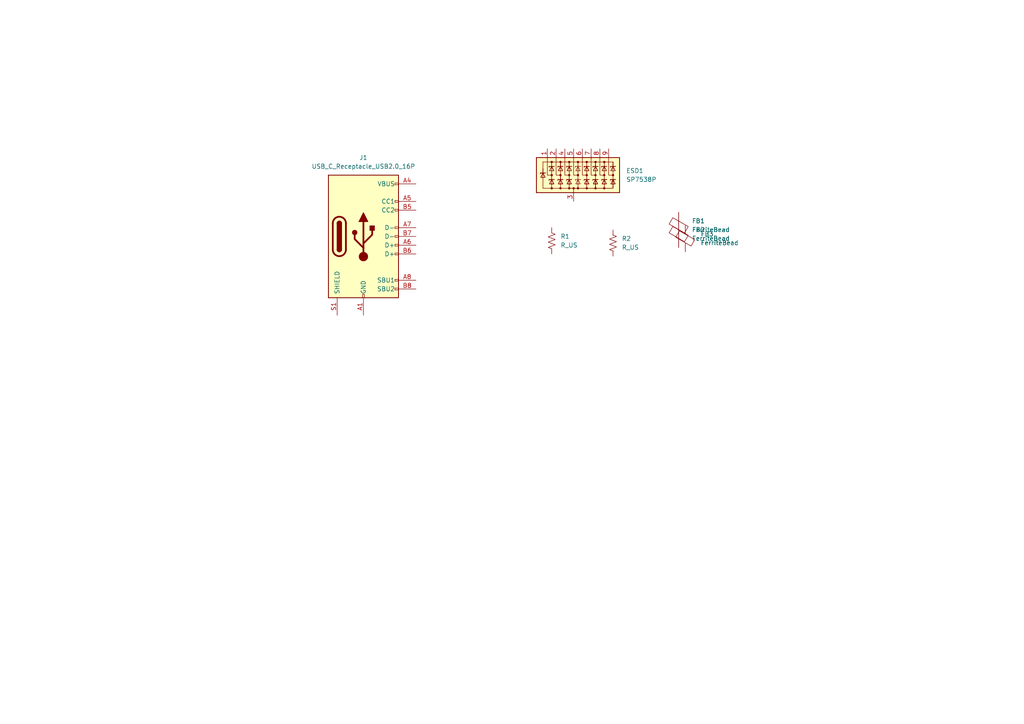
<source format=kicad_sch>
(kicad_sch
	(version 20250114)
	(generator "eeschema")
	(generator_version "9.0")
	(uuid "535df4de-5812-4506-b01b-4f687fb28126")
	(paper "A4")
	(lib_symbols
		(symbol "Connector:USB_C_Receptacle_USB2.0_16P"
			(pin_names
				(offset 1.016)
			)
			(exclude_from_sim no)
			(in_bom yes)
			(on_board yes)
			(property "Reference" "J"
				(at 0 22.225 0)
				(effects
					(font
						(size 1.27 1.27)
					)
				)
			)
			(property "Value" "USB_C_Receptacle_USB2.0_16P"
				(at 0 19.685 0)
				(effects
					(font
						(size 1.27 1.27)
					)
				)
			)
			(property "Footprint" ""
				(at 3.81 0 0)
				(effects
					(font
						(size 1.27 1.27)
					)
					(hide yes)
				)
			)
			(property "Datasheet" "https://www.usb.org/sites/default/files/documents/usb_type-c.zip"
				(at 3.81 0 0)
				(effects
					(font
						(size 1.27 1.27)
					)
					(hide yes)
				)
			)
			(property "Description" "USB 2.0-only 16P Type-C Receptacle connector"
				(at 0 0 0)
				(effects
					(font
						(size 1.27 1.27)
					)
					(hide yes)
				)
			)
			(property "ki_keywords" "usb universal serial bus type-C USB2.0"
				(at 0 0 0)
				(effects
					(font
						(size 1.27 1.27)
					)
					(hide yes)
				)
			)
			(property "ki_fp_filters" "USB*C*Receptacle*"
				(at 0 0 0)
				(effects
					(font
						(size 1.27 1.27)
					)
					(hide yes)
				)
			)
			(symbol "USB_C_Receptacle_USB2.0_16P_0_0"
				(rectangle
					(start -0.254 -17.78)
					(end 0.254 -16.764)
					(stroke
						(width 0)
						(type default)
					)
					(fill
						(type none)
					)
				)
				(rectangle
					(start 10.16 15.494)
					(end 9.144 14.986)
					(stroke
						(width 0)
						(type default)
					)
					(fill
						(type none)
					)
				)
				(rectangle
					(start 10.16 10.414)
					(end 9.144 9.906)
					(stroke
						(width 0)
						(type default)
					)
					(fill
						(type none)
					)
				)
				(rectangle
					(start 10.16 7.874)
					(end 9.144 7.366)
					(stroke
						(width 0)
						(type default)
					)
					(fill
						(type none)
					)
				)
				(rectangle
					(start 10.16 2.794)
					(end 9.144 2.286)
					(stroke
						(width 0)
						(type default)
					)
					(fill
						(type none)
					)
				)
				(rectangle
					(start 10.16 0.254)
					(end 9.144 -0.254)
					(stroke
						(width 0)
						(type default)
					)
					(fill
						(type none)
					)
				)
				(rectangle
					(start 10.16 -2.286)
					(end 9.144 -2.794)
					(stroke
						(width 0)
						(type default)
					)
					(fill
						(type none)
					)
				)
				(rectangle
					(start 10.16 -4.826)
					(end 9.144 -5.334)
					(stroke
						(width 0)
						(type default)
					)
					(fill
						(type none)
					)
				)
				(rectangle
					(start 10.16 -12.446)
					(end 9.144 -12.954)
					(stroke
						(width 0)
						(type default)
					)
					(fill
						(type none)
					)
				)
				(rectangle
					(start 10.16 -14.986)
					(end 9.144 -15.494)
					(stroke
						(width 0)
						(type default)
					)
					(fill
						(type none)
					)
				)
			)
			(symbol "USB_C_Receptacle_USB2.0_16P_0_1"
				(rectangle
					(start -10.16 17.78)
					(end 10.16 -17.78)
					(stroke
						(width 0.254)
						(type default)
					)
					(fill
						(type background)
					)
				)
				(polyline
					(pts
						(xy -8.89 -3.81) (xy -8.89 3.81)
					)
					(stroke
						(width 0.508)
						(type default)
					)
					(fill
						(type none)
					)
				)
				(rectangle
					(start -7.62 -3.81)
					(end -6.35 3.81)
					(stroke
						(width 0.254)
						(type default)
					)
					(fill
						(type outline)
					)
				)
				(arc
					(start -7.62 3.81)
					(mid -6.985 4.4423)
					(end -6.35 3.81)
					(stroke
						(width 0.254)
						(type default)
					)
					(fill
						(type none)
					)
				)
				(arc
					(start -7.62 3.81)
					(mid -6.985 4.4423)
					(end -6.35 3.81)
					(stroke
						(width 0.254)
						(type default)
					)
					(fill
						(type outline)
					)
				)
				(arc
					(start -8.89 3.81)
					(mid -6.985 5.7067)
					(end -5.08 3.81)
					(stroke
						(width 0.508)
						(type default)
					)
					(fill
						(type none)
					)
				)
				(arc
					(start -5.08 -3.81)
					(mid -6.985 -5.7067)
					(end -8.89 -3.81)
					(stroke
						(width 0.508)
						(type default)
					)
					(fill
						(type none)
					)
				)
				(arc
					(start -6.35 -3.81)
					(mid -6.985 -4.4423)
					(end -7.62 -3.81)
					(stroke
						(width 0.254)
						(type default)
					)
					(fill
						(type none)
					)
				)
				(arc
					(start -6.35 -3.81)
					(mid -6.985 -4.4423)
					(end -7.62 -3.81)
					(stroke
						(width 0.254)
						(type default)
					)
					(fill
						(type outline)
					)
				)
				(polyline
					(pts
						(xy -5.08 3.81) (xy -5.08 -3.81)
					)
					(stroke
						(width 0.508)
						(type default)
					)
					(fill
						(type none)
					)
				)
				(circle
					(center -2.54 1.143)
					(radius 0.635)
					(stroke
						(width 0.254)
						(type default)
					)
					(fill
						(type outline)
					)
				)
				(polyline
					(pts
						(xy -1.27 4.318) (xy 0 6.858) (xy 1.27 4.318) (xy -1.27 4.318)
					)
					(stroke
						(width 0.254)
						(type default)
					)
					(fill
						(type outline)
					)
				)
				(polyline
					(pts
						(xy 0 -2.032) (xy 2.54 0.508) (xy 2.54 1.778)
					)
					(stroke
						(width 0.508)
						(type default)
					)
					(fill
						(type none)
					)
				)
				(polyline
					(pts
						(xy 0 -3.302) (xy -2.54 -0.762) (xy -2.54 0.508)
					)
					(stroke
						(width 0.508)
						(type default)
					)
					(fill
						(type none)
					)
				)
				(polyline
					(pts
						(xy 0 -5.842) (xy 0 4.318)
					)
					(stroke
						(width 0.508)
						(type default)
					)
					(fill
						(type none)
					)
				)
				(circle
					(center 0 -5.842)
					(radius 1.27)
					(stroke
						(width 0)
						(type default)
					)
					(fill
						(type outline)
					)
				)
				(rectangle
					(start 1.905 1.778)
					(end 3.175 3.048)
					(stroke
						(width 0.254)
						(type default)
					)
					(fill
						(type outline)
					)
				)
			)
			(symbol "USB_C_Receptacle_USB2.0_16P_1_1"
				(pin passive line
					(at -7.62 -22.86 90)
					(length 5.08)
					(name "SHIELD"
						(effects
							(font
								(size 1.27 1.27)
							)
						)
					)
					(number "S1"
						(effects
							(font
								(size 1.27 1.27)
							)
						)
					)
				)
				(pin passive line
					(at 0 -22.86 90)
					(length 5.08)
					(name "GND"
						(effects
							(font
								(size 1.27 1.27)
							)
						)
					)
					(number "A1"
						(effects
							(font
								(size 1.27 1.27)
							)
						)
					)
				)
				(pin passive line
					(at 0 -22.86 90)
					(length 5.08)
					(hide yes)
					(name "GND"
						(effects
							(font
								(size 1.27 1.27)
							)
						)
					)
					(number "A12"
						(effects
							(font
								(size 1.27 1.27)
							)
						)
					)
				)
				(pin passive line
					(at 0 -22.86 90)
					(length 5.08)
					(hide yes)
					(name "GND"
						(effects
							(font
								(size 1.27 1.27)
							)
						)
					)
					(number "B1"
						(effects
							(font
								(size 1.27 1.27)
							)
						)
					)
				)
				(pin passive line
					(at 0 -22.86 90)
					(length 5.08)
					(hide yes)
					(name "GND"
						(effects
							(font
								(size 1.27 1.27)
							)
						)
					)
					(number "B12"
						(effects
							(font
								(size 1.27 1.27)
							)
						)
					)
				)
				(pin passive line
					(at 15.24 15.24 180)
					(length 5.08)
					(name "VBUS"
						(effects
							(font
								(size 1.27 1.27)
							)
						)
					)
					(number "A4"
						(effects
							(font
								(size 1.27 1.27)
							)
						)
					)
				)
				(pin passive line
					(at 15.24 15.24 180)
					(length 5.08)
					(hide yes)
					(name "VBUS"
						(effects
							(font
								(size 1.27 1.27)
							)
						)
					)
					(number "A9"
						(effects
							(font
								(size 1.27 1.27)
							)
						)
					)
				)
				(pin passive line
					(at 15.24 15.24 180)
					(length 5.08)
					(hide yes)
					(name "VBUS"
						(effects
							(font
								(size 1.27 1.27)
							)
						)
					)
					(number "B4"
						(effects
							(font
								(size 1.27 1.27)
							)
						)
					)
				)
				(pin passive line
					(at 15.24 15.24 180)
					(length 5.08)
					(hide yes)
					(name "VBUS"
						(effects
							(font
								(size 1.27 1.27)
							)
						)
					)
					(number "B9"
						(effects
							(font
								(size 1.27 1.27)
							)
						)
					)
				)
				(pin bidirectional line
					(at 15.24 10.16 180)
					(length 5.08)
					(name "CC1"
						(effects
							(font
								(size 1.27 1.27)
							)
						)
					)
					(number "A5"
						(effects
							(font
								(size 1.27 1.27)
							)
						)
					)
				)
				(pin bidirectional line
					(at 15.24 7.62 180)
					(length 5.08)
					(name "CC2"
						(effects
							(font
								(size 1.27 1.27)
							)
						)
					)
					(number "B5"
						(effects
							(font
								(size 1.27 1.27)
							)
						)
					)
				)
				(pin bidirectional line
					(at 15.24 2.54 180)
					(length 5.08)
					(name "D-"
						(effects
							(font
								(size 1.27 1.27)
							)
						)
					)
					(number "A7"
						(effects
							(font
								(size 1.27 1.27)
							)
						)
					)
				)
				(pin bidirectional line
					(at 15.24 0 180)
					(length 5.08)
					(name "D-"
						(effects
							(font
								(size 1.27 1.27)
							)
						)
					)
					(number "B7"
						(effects
							(font
								(size 1.27 1.27)
							)
						)
					)
				)
				(pin bidirectional line
					(at 15.24 -2.54 180)
					(length 5.08)
					(name "D+"
						(effects
							(font
								(size 1.27 1.27)
							)
						)
					)
					(number "A6"
						(effects
							(font
								(size 1.27 1.27)
							)
						)
					)
				)
				(pin bidirectional line
					(at 15.24 -5.08 180)
					(length 5.08)
					(name "D+"
						(effects
							(font
								(size 1.27 1.27)
							)
						)
					)
					(number "B6"
						(effects
							(font
								(size 1.27 1.27)
							)
						)
					)
				)
				(pin bidirectional line
					(at 15.24 -12.7 180)
					(length 5.08)
					(name "SBU1"
						(effects
							(font
								(size 1.27 1.27)
							)
						)
					)
					(number "A8"
						(effects
							(font
								(size 1.27 1.27)
							)
						)
					)
				)
				(pin bidirectional line
					(at 15.24 -15.24 180)
					(length 5.08)
					(name "SBU2"
						(effects
							(font
								(size 1.27 1.27)
							)
						)
					)
					(number "B8"
						(effects
							(font
								(size 1.27 1.27)
							)
						)
					)
				)
			)
			(embedded_fonts no)
		)
		(symbol "Device:FerriteBead"
			(pin_numbers
				(hide yes)
			)
			(pin_names
				(offset 0)
			)
			(exclude_from_sim no)
			(in_bom yes)
			(on_board yes)
			(property "Reference" "FB"
				(at -3.81 0.635 90)
				(effects
					(font
						(size 1.27 1.27)
					)
				)
			)
			(property "Value" "FerriteBead"
				(at 3.81 0 90)
				(effects
					(font
						(size 1.27 1.27)
					)
				)
			)
			(property "Footprint" ""
				(at -1.778 0 90)
				(effects
					(font
						(size 1.27 1.27)
					)
					(hide yes)
				)
			)
			(property "Datasheet" "~"
				(at 0 0 0)
				(effects
					(font
						(size 1.27 1.27)
					)
					(hide yes)
				)
			)
			(property "Description" "Ferrite bead"
				(at 0 0 0)
				(effects
					(font
						(size 1.27 1.27)
					)
					(hide yes)
				)
			)
			(property "ki_keywords" "L ferrite bead inductor filter"
				(at 0 0 0)
				(effects
					(font
						(size 1.27 1.27)
					)
					(hide yes)
				)
			)
			(property "ki_fp_filters" "Inductor_* L_* *Ferrite*"
				(at 0 0 0)
				(effects
					(font
						(size 1.27 1.27)
					)
					(hide yes)
				)
			)
			(symbol "FerriteBead_0_1"
				(polyline
					(pts
						(xy -2.7686 0.4064) (xy -1.7018 2.2606) (xy 2.7686 -0.3048) (xy 1.6764 -2.159) (xy -2.7686 0.4064)
					)
					(stroke
						(width 0)
						(type default)
					)
					(fill
						(type none)
					)
				)
				(polyline
					(pts
						(xy 0 1.27) (xy 0 1.2954)
					)
					(stroke
						(width 0)
						(type default)
					)
					(fill
						(type none)
					)
				)
				(polyline
					(pts
						(xy 0 -1.27) (xy 0 -1.2192)
					)
					(stroke
						(width 0)
						(type default)
					)
					(fill
						(type none)
					)
				)
			)
			(symbol "FerriteBead_1_1"
				(pin passive line
					(at 0 3.81 270)
					(length 2.54)
					(name "~"
						(effects
							(font
								(size 1.27 1.27)
							)
						)
					)
					(number "1"
						(effects
							(font
								(size 1.27 1.27)
							)
						)
					)
				)
				(pin passive line
					(at 0 -3.81 90)
					(length 2.54)
					(name "~"
						(effects
							(font
								(size 1.27 1.27)
							)
						)
					)
					(number "2"
						(effects
							(font
								(size 1.27 1.27)
							)
						)
					)
				)
			)
			(embedded_fonts no)
		)
		(symbol "Device:R_US"
			(pin_numbers
				(hide yes)
			)
			(pin_names
				(offset 0)
			)
			(exclude_from_sim no)
			(in_bom yes)
			(on_board yes)
			(property "Reference" "R"
				(at 2.54 0 90)
				(effects
					(font
						(size 1.27 1.27)
					)
				)
			)
			(property "Value" "R_US"
				(at -2.54 0 90)
				(effects
					(font
						(size 1.27 1.27)
					)
				)
			)
			(property "Footprint" ""
				(at 1.016 -0.254 90)
				(effects
					(font
						(size 1.27 1.27)
					)
					(hide yes)
				)
			)
			(property "Datasheet" "~"
				(at 0 0 0)
				(effects
					(font
						(size 1.27 1.27)
					)
					(hide yes)
				)
			)
			(property "Description" "Resistor, US symbol"
				(at 0 0 0)
				(effects
					(font
						(size 1.27 1.27)
					)
					(hide yes)
				)
			)
			(property "ki_keywords" "R res resistor"
				(at 0 0 0)
				(effects
					(font
						(size 1.27 1.27)
					)
					(hide yes)
				)
			)
			(property "ki_fp_filters" "R_*"
				(at 0 0 0)
				(effects
					(font
						(size 1.27 1.27)
					)
					(hide yes)
				)
			)
			(symbol "R_US_0_1"
				(polyline
					(pts
						(xy 0 2.286) (xy 0 2.54)
					)
					(stroke
						(width 0)
						(type default)
					)
					(fill
						(type none)
					)
				)
				(polyline
					(pts
						(xy 0 2.286) (xy 1.016 1.905) (xy 0 1.524) (xy -1.016 1.143) (xy 0 0.762)
					)
					(stroke
						(width 0)
						(type default)
					)
					(fill
						(type none)
					)
				)
				(polyline
					(pts
						(xy 0 0.762) (xy 1.016 0.381) (xy 0 0) (xy -1.016 -0.381) (xy 0 -0.762)
					)
					(stroke
						(width 0)
						(type default)
					)
					(fill
						(type none)
					)
				)
				(polyline
					(pts
						(xy 0 -0.762) (xy 1.016 -1.143) (xy 0 -1.524) (xy -1.016 -1.905) (xy 0 -2.286)
					)
					(stroke
						(width 0)
						(type default)
					)
					(fill
						(type none)
					)
				)
				(polyline
					(pts
						(xy 0 -2.286) (xy 0 -2.54)
					)
					(stroke
						(width 0)
						(type default)
					)
					(fill
						(type none)
					)
				)
			)
			(symbol "R_US_1_1"
				(pin passive line
					(at 0 3.81 270)
					(length 1.27)
					(name "~"
						(effects
							(font
								(size 1.27 1.27)
							)
						)
					)
					(number "1"
						(effects
							(font
								(size 1.27 1.27)
							)
						)
					)
				)
				(pin passive line
					(at 0 -3.81 90)
					(length 1.27)
					(name "~"
						(effects
							(font
								(size 1.27 1.27)
							)
						)
					)
					(number "2"
						(effects
							(font
								(size 1.27 1.27)
							)
						)
					)
				)
			)
			(embedded_fonts no)
		)
		(symbol "Power_Protection:SP7538P"
			(pin_names
				(hide yes)
			)
			(exclude_from_sim no)
			(in_bom yes)
			(on_board yes)
			(property "Reference" "D"
				(at 13.97 2.54 0)
				(effects
					(font
						(size 1.27 1.27)
					)
					(justify left)
				)
			)
			(property "Value" "SP7538P"
				(at 13.97 0.635 0)
				(effects
					(font
						(size 1.27 1.27)
					)
					(justify left)
				)
			)
			(property "Footprint" "Package_DFN_QFN:UDFN-9_1.0x3.8mm_P0.5mm"
				(at 13.97 -1.27 0)
				(effects
					(font
						(size 1.27 1.27)
					)
					(justify left)
					(hide yes)
				)
			)
			(property "Datasheet" "https://www.littelfuse.com/~/media/electronics/datasheets/tvs_diode_arrays/littelfuse_tvs_diode_array_sp7538p_datasheet.pdf.pdf"
				(at 4.445 0.635 0)
				(effects
					(font
						(size 1.27 1.27)
					)
					(hide yes)
				)
			)
			(property "Description" "Low Capacitance TVS Diode Array, 5.0V Standoff, 8 Channels, UDFN-9"
				(at 0 0 0)
				(effects
					(font
						(size 1.27 1.27)
					)
					(hide yes)
				)
			)
			(property "ki_keywords" "usb esd protection suppression transient"
				(at 0 0 0)
				(effects
					(font
						(size 1.27 1.27)
					)
					(hide yes)
				)
			)
			(property "ki_fp_filters" "UDFN*1.0x3.8mm*P0.5mm*"
				(at 0 0 0)
				(effects
					(font
						(size 1.27 1.27)
					)
					(hide yes)
				)
			)
			(symbol "SP7538P_0_0"
				(pin passive line
					(at 0 -7.62 90)
					(length 2.54)
					(name "A"
						(effects
							(font
								(size 1.27 1.27)
							)
						)
					)
					(number "3"
						(effects
							(font
								(size 1.27 1.27)
							)
						)
					)
				)
			)
			(symbol "SP7538P_0_1"
				(rectangle
					(start -10.795 5.08)
					(end 13.335 -5.08)
					(stroke
						(width 0.254)
						(type default)
					)
					(fill
						(type background)
					)
				)
				(polyline
					(pts
						(xy -9.652 0.381) (xy -9.652 0.635) (xy -8.255 0.635) (xy -8.128 0.635)
					)
					(stroke
						(width 0)
						(type default)
					)
					(fill
						(type none)
					)
				)
				(polyline
					(pts
						(xy -9.652 0.381) (xy -9.652 0.635) (xy -8.255 0.635) (xy -8.128 0.635)
					)
					(stroke
						(width 0)
						(type default)
					)
					(fill
						(type none)
					)
				)
				(polyline
					(pts
						(xy -8.89 3.81) (xy -8.89 0.635)
					)
					(stroke
						(width 0)
						(type default)
					)
					(fill
						(type none)
					)
				)
				(polyline
					(pts
						(xy -8.89 1.905) (xy -8.89 0.635)
					)
					(stroke
						(width 0)
						(type default)
					)
					(fill
						(type none)
					)
				)
				(polyline
					(pts
						(xy -8.89 0.635) (xy -8.89 -3.81)
					)
					(stroke
						(width 0)
						(type default)
					)
					(fill
						(type none)
					)
				)
				(polyline
					(pts
						(xy -8.89 0.635) (xy -8.255 -0.635) (xy -9.525 -0.635) (xy -8.89 0.635)
					)
					(stroke
						(width 0)
						(type default)
					)
					(fill
						(type none)
					)
				)
				(polyline
					(pts
						(xy -8.89 0.635) (xy -8.255 -0.635) (xy -9.525 -0.635) (xy -8.89 0.635)
					)
					(stroke
						(width 0)
						(type default)
					)
					(fill
						(type none)
					)
				)
				(polyline
					(pts
						(xy -7.62 5.08) (xy -7.62 0) (xy -6.35 0)
					)
					(stroke
						(width 0)
						(type default)
					)
					(fill
						(type none)
					)
				)
				(polyline
					(pts
						(xy -7.112 2.286) (xy -7.112 2.54) (xy -5.715 2.54) (xy -5.588 2.54)
					)
					(stroke
						(width 0)
						(type default)
					)
					(fill
						(type none)
					)
				)
				(polyline
					(pts
						(xy -7.112 2.286) (xy -7.112 2.54) (xy -5.715 2.54) (xy -5.588 2.54)
					)
					(stroke
						(width 0)
						(type default)
					)
					(fill
						(type none)
					)
				)
				(polyline
					(pts
						(xy -7.112 -1.524) (xy -7.112 -1.27) (xy -5.715 -1.27) (xy -5.588 -1.27)
					)
					(stroke
						(width 0)
						(type default)
					)
					(fill
						(type none)
					)
				)
				(polyline
					(pts
						(xy -7.112 -1.524) (xy -7.112 -1.27) (xy -5.715 -1.27) (xy -5.588 -1.27)
					)
					(stroke
						(width 0)
						(type default)
					)
					(fill
						(type none)
					)
				)
				(circle
					(center -6.35 3.81)
					(radius 0.254)
					(stroke
						(width 0)
						(type default)
					)
					(fill
						(type outline)
					)
				)
				(polyline
					(pts
						(xy -6.35 3.81) (xy -6.35 2.54)
					)
					(stroke
						(width 0)
						(type default)
					)
					(fill
						(type none)
					)
				)
				(polyline
					(pts
						(xy -6.35 3.81) (xy -6.35 2.54)
					)
					(stroke
						(width 0)
						(type default)
					)
					(fill
						(type none)
					)
				)
				(polyline
					(pts
						(xy -6.35 2.54) (xy -6.35 -1.27)
					)
					(stroke
						(width 0)
						(type default)
					)
					(fill
						(type none)
					)
				)
				(polyline
					(pts
						(xy -6.35 2.54) (xy -5.715 1.27) (xy -6.985 1.27) (xy -6.35 2.54)
					)
					(stroke
						(width 0)
						(type default)
					)
					(fill
						(type none)
					)
				)
				(polyline
					(pts
						(xy -6.35 2.54) (xy -5.715 1.27) (xy -6.985 1.27) (xy -6.35 2.54)
					)
					(stroke
						(width 0)
						(type default)
					)
					(fill
						(type none)
					)
				)
				(circle
					(center -6.35 0)
					(radius 0.254)
					(stroke
						(width 0)
						(type default)
					)
					(fill
						(type outline)
					)
				)
				(polyline
					(pts
						(xy -6.35 0) (xy -6.35 -1.27)
					)
					(stroke
						(width 0)
						(type default)
					)
					(fill
						(type none)
					)
				)
				(polyline
					(pts
						(xy -6.35 -1.27) (xy -6.35 -3.81) (xy -3.81 -3.81)
					)
					(stroke
						(width 0)
						(type default)
					)
					(fill
						(type none)
					)
				)
				(polyline
					(pts
						(xy -6.35 -1.27) (xy -5.715 -2.54) (xy -6.985 -2.54) (xy -6.35 -1.27)
					)
					(stroke
						(width 0)
						(type default)
					)
					(fill
						(type none)
					)
				)
				(polyline
					(pts
						(xy -6.35 -1.27) (xy -5.715 -2.54) (xy -6.985 -2.54) (xy -6.35 -1.27)
					)
					(stroke
						(width 0)
						(type default)
					)
					(fill
						(type none)
					)
				)
				(circle
					(center -6.35 -3.81)
					(radius 0.254)
					(stroke
						(width 0)
						(type default)
					)
					(fill
						(type outline)
					)
				)
				(polyline
					(pts
						(xy -6.35 -3.81) (xy -8.89 -3.81)
					)
					(stroke
						(width 0)
						(type default)
					)
					(fill
						(type none)
					)
				)
				(polyline
					(pts
						(xy -5.08 5.08) (xy -5.08 0) (xy -3.81 0)
					)
					(stroke
						(width 0)
						(type default)
					)
					(fill
						(type none)
					)
				)
				(polyline
					(pts
						(xy -4.572 2.286) (xy -4.572 2.54) (xy -3.175 2.54) (xy -3.048 2.54)
					)
					(stroke
						(width 0)
						(type default)
					)
					(fill
						(type none)
					)
				)
				(polyline
					(pts
						(xy -4.572 2.286) (xy -4.572 2.54) (xy -3.175 2.54) (xy -3.048 2.54)
					)
					(stroke
						(width 0)
						(type default)
					)
					(fill
						(type none)
					)
				)
				(polyline
					(pts
						(xy -4.572 -1.524) (xy -4.572 -1.27) (xy -3.175 -1.27) (xy -3.048 -1.27)
					)
					(stroke
						(width 0)
						(type default)
					)
					(fill
						(type none)
					)
				)
				(polyline
					(pts
						(xy -4.572 -1.524) (xy -4.572 -1.27) (xy -3.175 -1.27) (xy -3.048 -1.27)
					)
					(stroke
						(width 0)
						(type default)
					)
					(fill
						(type none)
					)
				)
				(circle
					(center -3.81 3.81)
					(radius 0.254)
					(stroke
						(width 0)
						(type default)
					)
					(fill
						(type outline)
					)
				)
				(polyline
					(pts
						(xy -3.81 3.81) (xy -3.81 2.54)
					)
					(stroke
						(width 0)
						(type default)
					)
					(fill
						(type none)
					)
				)
				(polyline
					(pts
						(xy -3.81 3.81) (xy -3.81 2.54)
					)
					(stroke
						(width 0)
						(type default)
					)
					(fill
						(type none)
					)
				)
				(polyline
					(pts
						(xy -3.81 2.54) (xy -3.81 -1.27)
					)
					(stroke
						(width 0)
						(type default)
					)
					(fill
						(type none)
					)
				)
				(polyline
					(pts
						(xy -3.81 2.54) (xy -3.175 1.27) (xy -4.445 1.27) (xy -3.81 2.54)
					)
					(stroke
						(width 0)
						(type default)
					)
					(fill
						(type none)
					)
				)
				(polyline
					(pts
						(xy -3.81 2.54) (xy -3.175 1.27) (xy -4.445 1.27) (xy -3.81 2.54)
					)
					(stroke
						(width 0)
						(type default)
					)
					(fill
						(type none)
					)
				)
				(circle
					(center -3.81 0)
					(radius 0.254)
					(stroke
						(width 0)
						(type default)
					)
					(fill
						(type outline)
					)
				)
				(polyline
					(pts
						(xy -3.81 0) (xy -3.81 -1.27)
					)
					(stroke
						(width 0)
						(type default)
					)
					(fill
						(type none)
					)
				)
				(polyline
					(pts
						(xy -3.81 -1.27) (xy -3.81 -3.81) (xy -1.27 -3.81)
					)
					(stroke
						(width 0)
						(type default)
					)
					(fill
						(type none)
					)
				)
				(polyline
					(pts
						(xy -3.81 -1.27) (xy -3.175 -2.54) (xy -4.445 -2.54) (xy -3.81 -1.27)
					)
					(stroke
						(width 0)
						(type default)
					)
					(fill
						(type none)
					)
				)
				(polyline
					(pts
						(xy -3.81 -1.27) (xy -3.175 -2.54) (xy -4.445 -2.54) (xy -3.81 -1.27)
					)
					(stroke
						(width 0)
						(type default)
					)
					(fill
						(type none)
					)
				)
				(circle
					(center -3.81 -3.81)
					(radius 0.254)
					(stroke
						(width 0)
						(type default)
					)
					(fill
						(type outline)
					)
				)
				(polyline
					(pts
						(xy -2.54 5.08) (xy -2.54 0) (xy -1.27 0)
					)
					(stroke
						(width 0)
						(type default)
					)
					(fill
						(type none)
					)
				)
				(polyline
					(pts
						(xy -2.032 2.286) (xy -2.032 2.54) (xy -0.635 2.54) (xy -0.508 2.54)
					)
					(stroke
						(width 0)
						(type default)
					)
					(fill
						(type none)
					)
				)
				(polyline
					(pts
						(xy -2.032 2.286) (xy -2.032 2.54) (xy -0.635 2.54) (xy -0.508 2.54)
					)
					(stroke
						(width 0)
						(type default)
					)
					(fill
						(type none)
					)
				)
				(polyline
					(pts
						(xy -2.032 -1.524) (xy -2.032 -1.27) (xy -0.635 -1.27) (xy -0.508 -1.27)
					)
					(stroke
						(width 0)
						(type default)
					)
					(fill
						(type none)
					)
				)
				(polyline
					(pts
						(xy -2.032 -1.524) (xy -2.032 -1.27) (xy -0.635 -1.27) (xy -0.508 -1.27)
					)
					(stroke
						(width 0)
						(type default)
					)
					(fill
						(type none)
					)
				)
				(circle
					(center -1.27 3.81)
					(radius 0.254)
					(stroke
						(width 0)
						(type default)
					)
					(fill
						(type outline)
					)
				)
				(polyline
					(pts
						(xy -1.27 3.81) (xy -1.27 2.54)
					)
					(stroke
						(width 0)
						(type default)
					)
					(fill
						(type none)
					)
				)
				(polyline
					(pts
						(xy -1.27 3.81) (xy -1.27 2.54)
					)
					(stroke
						(width 0)
						(type default)
					)
					(fill
						(type none)
					)
				)
				(polyline
					(pts
						(xy -1.27 2.54) (xy -1.27 -1.27)
					)
					(stroke
						(width 0)
						(type default)
					)
					(fill
						(type none)
					)
				)
				(polyline
					(pts
						(xy -1.27 2.54) (xy -0.635 1.27) (xy -1.905 1.27) (xy -1.27 2.54)
					)
					(stroke
						(width 0)
						(type default)
					)
					(fill
						(type none)
					)
				)
				(polyline
					(pts
						(xy -1.27 2.54) (xy -0.635 1.27) (xy -1.905 1.27) (xy -1.27 2.54)
					)
					(stroke
						(width 0)
						(type default)
					)
					(fill
						(type none)
					)
				)
				(circle
					(center -1.27 0)
					(radius 0.254)
					(stroke
						(width 0)
						(type default)
					)
					(fill
						(type outline)
					)
				)
				(polyline
					(pts
						(xy -1.27 0) (xy -1.27 -1.27)
					)
					(stroke
						(width 0)
						(type default)
					)
					(fill
						(type none)
					)
				)
				(polyline
					(pts
						(xy -1.27 -1.27) (xy -1.27 -3.81) (xy 3.81 -3.81) (xy 3.81 -1.27)
					)
					(stroke
						(width 0)
						(type default)
					)
					(fill
						(type none)
					)
				)
				(polyline
					(pts
						(xy -1.27 -1.27) (xy -1.27 -3.81) (xy 3.81 -3.81) (xy 3.81 -1.27)
					)
					(stroke
						(width 0)
						(type default)
					)
					(fill
						(type none)
					)
				)
				(polyline
					(pts
						(xy -1.27 -1.27) (xy -0.635 -2.54) (xy -1.905 -2.54) (xy -1.27 -1.27)
					)
					(stroke
						(width 0)
						(type default)
					)
					(fill
						(type none)
					)
				)
				(polyline
					(pts
						(xy -1.27 -1.27) (xy -0.635 -2.54) (xy -1.905 -2.54) (xy -1.27 -1.27)
					)
					(stroke
						(width 0)
						(type default)
					)
					(fill
						(type none)
					)
				)
				(circle
					(center -1.27 -3.81)
					(radius 0.254)
					(stroke
						(width 0)
						(type default)
					)
					(fill
						(type outline)
					)
				)
				(polyline
					(pts
						(xy 0 5.08) (xy 0 0) (xy 1.27 0)
					)
					(stroke
						(width 0)
						(type default)
					)
					(fill
						(type none)
					)
				)
				(circle
					(center 0 -3.81)
					(radius 0.254)
					(stroke
						(width 0)
						(type default)
					)
					(fill
						(type outline)
					)
				)
				(polyline
					(pts
						(xy 0 -5.08) (xy 0 -3.81)
					)
					(stroke
						(width 0)
						(type default)
					)
					(fill
						(type none)
					)
				)
				(polyline
					(pts
						(xy 1.27 3.81) (xy 1.27 2.54)
					)
					(stroke
						(width 0)
						(type default)
					)
					(fill
						(type none)
					)
				)
				(circle
					(center 1.27 3.81)
					(radius 0.254)
					(stroke
						(width 0)
						(type default)
					)
					(fill
						(type outline)
					)
				)
				(circle
					(center 1.27 0)
					(radius 0.254)
					(stroke
						(width 0)
						(type default)
					)
					(fill
						(type outline)
					)
				)
				(polyline
					(pts
						(xy 1.27 -3.81) (xy 1.27 2.54)
					)
					(stroke
						(width 0)
						(type default)
					)
					(fill
						(type none)
					)
				)
				(circle
					(center 1.27 -3.81)
					(radius 0.254)
					(stroke
						(width 0)
						(type default)
					)
					(fill
						(type outline)
					)
				)
				(polyline
					(pts
						(xy 1.905 2.54) (xy 2.032 2.54)
					)
					(stroke
						(width 0)
						(type default)
					)
					(fill
						(type none)
					)
				)
				(polyline
					(pts
						(xy 1.905 2.54) (xy 0.508 2.54) (xy 0.508 2.286)
					)
					(stroke
						(width 0)
						(type default)
					)
					(fill
						(type none)
					)
				)
				(polyline
					(pts
						(xy 1.905 1.27) (xy 0.635 1.27) (xy 1.27 2.54) (xy 1.905 1.27)
					)
					(stroke
						(width 0)
						(type default)
					)
					(fill
						(type none)
					)
				)
				(polyline
					(pts
						(xy 1.905 -1.27) (xy 2.032 -1.27)
					)
					(stroke
						(width 0)
						(type default)
					)
					(fill
						(type none)
					)
				)
				(polyline
					(pts
						(xy 1.905 -1.27) (xy 0.508 -1.27) (xy 0.508 -1.524)
					)
					(stroke
						(width 0)
						(type default)
					)
					(fill
						(type none)
					)
				)
				(polyline
					(pts
						(xy 1.905 -2.54) (xy 0.635 -2.54) (xy 1.27 -1.27) (xy 1.905 -2.54)
					)
					(stroke
						(width 0)
						(type default)
					)
					(fill
						(type none)
					)
				)
				(polyline
					(pts
						(xy 2.54 5.08) (xy 2.54 0) (xy 3.81 0)
					)
					(stroke
						(width 0)
						(type default)
					)
					(fill
						(type none)
					)
				)
				(polyline
					(pts
						(xy 3.048 2.286) (xy 3.048 2.54) (xy 4.445 2.54) (xy 4.572 2.54)
					)
					(stroke
						(width 0)
						(type default)
					)
					(fill
						(type none)
					)
				)
				(polyline
					(pts
						(xy 3.048 2.286) (xy 3.048 2.54) (xy 4.445 2.54) (xy 4.572 2.54)
					)
					(stroke
						(width 0)
						(type default)
					)
					(fill
						(type none)
					)
				)
				(polyline
					(pts
						(xy 3.048 -1.524) (xy 3.048 -1.27) (xy 4.445 -1.27) (xy 4.572 -1.27)
					)
					(stroke
						(width 0)
						(type default)
					)
					(fill
						(type none)
					)
				)
				(polyline
					(pts
						(xy 3.048 -1.524) (xy 3.048 -1.27) (xy 4.445 -1.27) (xy 4.572 -1.27)
					)
					(stroke
						(width 0)
						(type default)
					)
					(fill
						(type none)
					)
				)
				(polyline
					(pts
						(xy 3.81 3.81) (xy 3.81 2.54)
					)
					(stroke
						(width 0)
						(type default)
					)
					(fill
						(type none)
					)
				)
				(circle
					(center 3.81 3.81)
					(radius 0.254)
					(stroke
						(width 0)
						(type default)
					)
					(fill
						(type outline)
					)
				)
				(polyline
					(pts
						(xy 3.81 2.54) (xy 3.81 -1.27)
					)
					(stroke
						(width 0)
						(type default)
					)
					(fill
						(type none)
					)
				)
				(polyline
					(pts
						(xy 3.81 2.54) (xy 3.175 1.27) (xy 4.445 1.27) (xy 3.81 2.54)
					)
					(stroke
						(width 0)
						(type default)
					)
					(fill
						(type none)
					)
				)
				(polyline
					(pts
						(xy 3.81 2.54) (xy 3.175 1.27) (xy 4.445 1.27) (xy 3.81 2.54)
					)
					(stroke
						(width 0)
						(type default)
					)
					(fill
						(type none)
					)
				)
				(circle
					(center 3.81 0)
					(radius 0.254)
					(stroke
						(width 0)
						(type default)
					)
					(fill
						(type outline)
					)
				)
				(polyline
					(pts
						(xy 3.81 -1.27) (xy 3.175 -2.54) (xy 4.445 -2.54) (xy 3.81 -1.27)
					)
					(stroke
						(width 0)
						(type default)
					)
					(fill
						(type none)
					)
				)
				(polyline
					(pts
						(xy 3.81 -1.27) (xy 3.175 -2.54) (xy 4.445 -2.54) (xy 3.81 -1.27)
					)
					(stroke
						(width 0)
						(type default)
					)
					(fill
						(type none)
					)
				)
				(circle
					(center 3.81 -3.81)
					(radius 0.254)
					(stroke
						(width 0)
						(type default)
					)
					(fill
						(type outline)
					)
				)
				(polyline
					(pts
						(xy 5.08 5.08) (xy 5.08 0) (xy 6.35 0)
					)
					(stroke
						(width 0)
						(type default)
					)
					(fill
						(type none)
					)
				)
				(polyline
					(pts
						(xy 5.588 2.286) (xy 5.588 2.54) (xy 6.985 2.54) (xy 7.112 2.54)
					)
					(stroke
						(width 0)
						(type default)
					)
					(fill
						(type none)
					)
				)
				(polyline
					(pts
						(xy 5.588 2.286) (xy 5.588 2.54) (xy 6.985 2.54) (xy 7.112 2.54)
					)
					(stroke
						(width 0)
						(type default)
					)
					(fill
						(type none)
					)
				)
				(polyline
					(pts
						(xy 5.588 -1.524) (xy 5.588 -1.27) (xy 6.985 -1.27) (xy 7.112 -1.27)
					)
					(stroke
						(width 0)
						(type default)
					)
					(fill
						(type none)
					)
				)
				(polyline
					(pts
						(xy 5.588 -1.524) (xy 5.588 -1.27) (xy 6.985 -1.27) (xy 7.112 -1.27)
					)
					(stroke
						(width 0)
						(type default)
					)
					(fill
						(type none)
					)
				)
				(polyline
					(pts
						(xy 6.35 3.81) (xy 6.35 2.54)
					)
					(stroke
						(width 0)
						(type default)
					)
					(fill
						(type none)
					)
				)
				(polyline
					(pts
						(xy 6.35 3.81) (xy 6.35 2.54)
					)
					(stroke
						(width 0)
						(type default)
					)
					(fill
						(type none)
					)
				)
				(circle
					(center 6.35 3.81)
					(radius 0.254)
					(stroke
						(width 0)
						(type default)
					)
					(fill
						(type outline)
					)
				)
				(polyline
					(pts
						(xy 6.35 2.54) (xy 6.35 -1.27)
					)
					(stroke
						(width 0)
						(type default)
					)
					(fill
						(type none)
					)
				)
				(polyline
					(pts
						(xy 6.35 2.54) (xy 5.715 1.27) (xy 6.985 1.27) (xy 6.35 2.54)
					)
					(stroke
						(width 0)
						(type default)
					)
					(fill
						(type none)
					)
				)
				(polyline
					(pts
						(xy 6.35 2.54) (xy 5.715 1.27) (xy 6.985 1.27) (xy 6.35 2.54)
					)
					(stroke
						(width 0)
						(type default)
					)
					(fill
						(type none)
					)
				)
				(circle
					(center 6.35 0)
					(radius 0.254)
					(stroke
						(width 0)
						(type default)
					)
					(fill
						(type outline)
					)
				)
				(polyline
					(pts
						(xy 6.35 -1.27) (xy 6.35 -3.81) (xy 3.81 -3.81)
					)
					(stroke
						(width 0)
						(type default)
					)
					(fill
						(type none)
					)
				)
				(polyline
					(pts
						(xy 6.35 -1.27) (xy 6.35 -3.81) (xy 3.81 -3.81)
					)
					(stroke
						(width 0)
						(type default)
					)
					(fill
						(type none)
					)
				)
				(polyline
					(pts
						(xy 6.35 -1.27) (xy 5.715 -2.54) (xy 6.985 -2.54) (xy 6.35 -1.27)
					)
					(stroke
						(width 0)
						(type default)
					)
					(fill
						(type none)
					)
				)
				(polyline
					(pts
						(xy 6.35 -1.27) (xy 5.715 -2.54) (xy 6.985 -2.54) (xy 6.35 -1.27)
					)
					(stroke
						(width 0)
						(type default)
					)
					(fill
						(type none)
					)
				)
				(circle
					(center 6.35 -3.81)
					(radius 0.254)
					(stroke
						(width 0)
						(type default)
					)
					(fill
						(type outline)
					)
				)
				(polyline
					(pts
						(xy 7.62 5.08) (xy 7.62 0) (xy 8.89 0)
					)
					(stroke
						(width 0)
						(type default)
					)
					(fill
						(type none)
					)
				)
				(polyline
					(pts
						(xy 8.128 2.286) (xy 8.128 2.54) (xy 9.525 2.54) (xy 9.652 2.54)
					)
					(stroke
						(width 0)
						(type default)
					)
					(fill
						(type none)
					)
				)
				(polyline
					(pts
						(xy 8.128 2.286) (xy 8.128 2.54) (xy 9.525 2.54) (xy 9.652 2.54)
					)
					(stroke
						(width 0)
						(type default)
					)
					(fill
						(type none)
					)
				)
				(polyline
					(pts
						(xy 8.128 -1.524) (xy 8.128 -1.27) (xy 9.525 -1.27) (xy 9.652 -1.27)
					)
					(stroke
						(width 0)
						(type default)
					)
					(fill
						(type none)
					)
				)
				(polyline
					(pts
						(xy 8.128 -1.524) (xy 8.128 -1.27) (xy 9.525 -1.27) (xy 9.652 -1.27)
					)
					(stroke
						(width 0)
						(type default)
					)
					(fill
						(type none)
					)
				)
				(polyline
					(pts
						(xy 8.89 3.81) (xy 8.89 2.54)
					)
					(stroke
						(width 0)
						(type default)
					)
					(fill
						(type none)
					)
				)
				(polyline
					(pts
						(xy 8.89 3.81) (xy 8.89 2.54)
					)
					(stroke
						(width 0)
						(type default)
					)
					(fill
						(type none)
					)
				)
				(circle
					(center 8.89 3.81)
					(radius 0.254)
					(stroke
						(width 0)
						(type default)
					)
					(fill
						(type outline)
					)
				)
				(polyline
					(pts
						(xy 8.89 2.54) (xy 8.89 -1.27)
					)
					(stroke
						(width 0)
						(type default)
					)
					(fill
						(type none)
					)
				)
				(polyline
					(pts
						(xy 8.89 2.54) (xy 8.255 1.27) (xy 9.525 1.27) (xy 8.89 2.54)
					)
					(stroke
						(width 0)
						(type default)
					)
					(fill
						(type none)
					)
				)
				(polyline
					(pts
						(xy 8.89 2.54) (xy 8.255 1.27) (xy 9.525 1.27) (xy 8.89 2.54)
					)
					(stroke
						(width 0)
						(type default)
					)
					(fill
						(type none)
					)
				)
				(circle
					(center 8.89 0)
					(radius 0.254)
					(stroke
						(width 0)
						(type default)
					)
					(fill
						(type outline)
					)
				)
				(polyline
					(pts
						(xy 8.89 -1.27) (xy 8.89 -3.81) (xy 6.35 -3.81)
					)
					(stroke
						(width 0)
						(type default)
					)
					(fill
						(type none)
					)
				)
				(polyline
					(pts
						(xy 8.89 -1.27) (xy 8.89 -3.81) (xy 6.35 -3.81)
					)
					(stroke
						(width 0)
						(type default)
					)
					(fill
						(type none)
					)
				)
				(polyline
					(pts
						(xy 8.89 -1.27) (xy 8.255 -2.54) (xy 9.525 -2.54) (xy 8.89 -1.27)
					)
					(stroke
						(width 0)
						(type default)
					)
					(fill
						(type none)
					)
				)
				(polyline
					(pts
						(xy 8.89 -1.27) (xy 8.255 -2.54) (xy 9.525 -2.54) (xy 8.89 -1.27)
					)
					(stroke
						(width 0)
						(type default)
					)
					(fill
						(type none)
					)
				)
				(circle
					(center 8.89 -3.81)
					(radius 0.254)
					(stroke
						(width 0)
						(type default)
					)
					(fill
						(type outline)
					)
				)
				(polyline
					(pts
						(xy 10.16 5.08) (xy 10.16 0) (xy 11.43 0)
					)
					(stroke
						(width 0)
						(type default)
					)
					(fill
						(type none)
					)
				)
				(polyline
					(pts
						(xy 10.668 2.286) (xy 10.668 2.54) (xy 12.065 2.54) (xy 12.192 2.54)
					)
					(stroke
						(width 0)
						(type default)
					)
					(fill
						(type none)
					)
				)
				(polyline
					(pts
						(xy 10.668 2.286) (xy 10.668 2.54) (xy 12.065 2.54) (xy 12.192 2.54)
					)
					(stroke
						(width 0)
						(type default)
					)
					(fill
						(type none)
					)
				)
				(polyline
					(pts
						(xy 10.668 -1.524) (xy 10.668 -1.27) (xy 12.065 -1.27) (xy 12.192 -1.27)
					)
					(stroke
						(width 0)
						(type default)
					)
					(fill
						(type none)
					)
				)
				(polyline
					(pts
						(xy 10.668 -1.524) (xy 10.668 -1.27) (xy 12.065 -1.27) (xy 12.192 -1.27)
					)
					(stroke
						(width 0)
						(type default)
					)
					(fill
						(type none)
					)
				)
				(polyline
					(pts
						(xy 11.43 3.81) (xy -8.89 3.81)
					)
					(stroke
						(width 0)
						(type default)
					)
					(fill
						(type none)
					)
				)
				(polyline
					(pts
						(xy 11.43 3.81) (xy 11.43 2.54)
					)
					(stroke
						(width 0)
						(type default)
					)
					(fill
						(type none)
					)
				)
				(polyline
					(pts
						(xy 11.43 3.81) (xy 11.43 2.54)
					)
					(stroke
						(width 0)
						(type default)
					)
					(fill
						(type none)
					)
				)
				(polyline
					(pts
						(xy 11.43 2.54) (xy 11.43 -1.27)
					)
					(stroke
						(width 0)
						(type default)
					)
					(fill
						(type none)
					)
				)
				(polyline
					(pts
						(xy 11.43 2.54) (xy 10.795 1.27) (xy 12.065 1.27) (xy 11.43 2.54)
					)
					(stroke
						(width 0)
						(type default)
					)
					(fill
						(type none)
					)
				)
				(polyline
					(pts
						(xy 11.43 2.54) (xy 10.795 1.27) (xy 12.065 1.27) (xy 11.43 2.54)
					)
					(stroke
						(width 0)
						(type default)
					)
					(fill
						(type none)
					)
				)
				(circle
					(center 11.43 0)
					(radius 0.254)
					(stroke
						(width 0)
						(type default)
					)
					(fill
						(type outline)
					)
				)
				(polyline
					(pts
						(xy 11.43 -1.27) (xy 11.43 -3.81) (xy 8.89 -3.81)
					)
					(stroke
						(width 0)
						(type default)
					)
					(fill
						(type none)
					)
				)
				(polyline
					(pts
						(xy 11.43 -1.27) (xy 11.43 -3.81) (xy 8.89 -3.81)
					)
					(stroke
						(width 0)
						(type default)
					)
					(fill
						(type none)
					)
				)
				(polyline
					(pts
						(xy 11.43 -1.27) (xy 10.795 -2.54) (xy 12.065 -2.54) (xy 11.43 -1.27)
					)
					(stroke
						(width 0)
						(type default)
					)
					(fill
						(type none)
					)
				)
				(polyline
					(pts
						(xy 11.43 -1.27) (xy 10.795 -2.54) (xy 12.065 -2.54) (xy 11.43 -1.27)
					)
					(stroke
						(width 0)
						(type default)
					)
					(fill
						(type none)
					)
				)
			)
			(symbol "SP7538P_1_1"
				(pin passive line
					(at -7.62 7.62 270)
					(length 2.54)
					(name "K1"
						(effects
							(font
								(size 1.27 1.27)
							)
						)
					)
					(number "1"
						(effects
							(font
								(size 1.27 1.27)
							)
						)
					)
				)
				(pin passive line
					(at -5.08 7.62 270)
					(length 2.54)
					(name "K2"
						(effects
							(font
								(size 1.27 1.27)
							)
						)
					)
					(number "2"
						(effects
							(font
								(size 1.27 1.27)
							)
						)
					)
				)
				(pin passive line
					(at -2.54 7.62 270)
					(length 2.54)
					(name "K3"
						(effects
							(font
								(size 1.27 1.27)
							)
						)
					)
					(number "4"
						(effects
							(font
								(size 1.27 1.27)
							)
						)
					)
				)
				(pin passive line
					(at 0 7.62 270)
					(length 2.54)
					(name "K4"
						(effects
							(font
								(size 1.27 1.27)
							)
						)
					)
					(number "5"
						(effects
							(font
								(size 1.27 1.27)
							)
						)
					)
				)
				(pin passive line
					(at 2.54 7.62 270)
					(length 2.54)
					(name "K5"
						(effects
							(font
								(size 1.27 1.27)
							)
						)
					)
					(number "6"
						(effects
							(font
								(size 1.27 1.27)
							)
						)
					)
				)
				(pin passive line
					(at 5.08 7.62 270)
					(length 2.54)
					(name "K6"
						(effects
							(font
								(size 1.27 1.27)
							)
						)
					)
					(number "7"
						(effects
							(font
								(size 1.27 1.27)
							)
						)
					)
				)
				(pin passive line
					(at 7.62 7.62 270)
					(length 2.54)
					(name "K7"
						(effects
							(font
								(size 1.27 1.27)
							)
						)
					)
					(number "8"
						(effects
							(font
								(size 1.27 1.27)
							)
						)
					)
				)
				(pin passive line
					(at 10.16 7.62 270)
					(length 2.54)
					(name "K8"
						(effects
							(font
								(size 1.27 1.27)
							)
						)
					)
					(number "9"
						(effects
							(font
								(size 1.27 1.27)
							)
						)
					)
				)
			)
			(embedded_fonts no)
		)
	)
	(symbol
		(lib_id "Connector:USB_C_Receptacle_USB2.0_16P")
		(at 105.41 68.58 0)
		(unit 1)
		(exclude_from_sim no)
		(in_bom yes)
		(on_board yes)
		(dnp no)
		(fields_autoplaced yes)
		(uuid "247f48a0-49f6-45f2-86ec-ade508b49bf8")
		(property "Reference" "J1"
			(at 105.41 45.72 0)
			(effects
				(font
					(size 1.27 1.27)
				)
			)
		)
		(property "Value" "USB_C_Receptacle_USB2.0_16P"
			(at 105.41 48.26 0)
			(effects
				(font
					(size 1.27 1.27)
				)
			)
		)
		(property "Footprint" ""
			(at 109.22 68.58 0)
			(effects
				(font
					(size 1.27 1.27)
				)
				(hide yes)
			)
		)
		(property "Datasheet" "https://www.usb.org/sites/default/files/documents/usb_type-c.zip"
			(at 109.22 68.58 0)
			(effects
				(font
					(size 1.27 1.27)
				)
				(hide yes)
			)
		)
		(property "Description" "USB 2.0-only 16P Type-C Receptacle connector"
			(at 105.41 68.58 0)
			(effects
				(font
					(size 1.27 1.27)
				)
				(hide yes)
			)
		)
		(pin "A5"
			(uuid "4abb849a-a4e8-4454-9bf0-e2334fde963a")
		)
		(pin "A1"
			(uuid "e426f2f1-45f2-4bd9-b286-dceaee3690d8")
		)
		(pin "S1"
			(uuid "423d52e6-6c9b-42ce-8f8e-d28a66a1e2ff")
		)
		(pin "A12"
			(uuid "cc0e2300-e288-4f6e-9df3-b923cbd2c61b")
		)
		(pin "B1"
			(uuid "7ac14bd8-65ce-4320-8dce-fcff2a8f5dac")
		)
		(pin "B12"
			(uuid "dc367974-9af6-47ff-b0a8-4b5401475686")
		)
		(pin "A4"
			(uuid "d71277cf-6f18-4a9d-8d03-38f7711a2541")
		)
		(pin "A9"
			(uuid "4d71de47-9dec-4bd9-b924-cb449af1633a")
		)
		(pin "B4"
			(uuid "d67cc42a-8c6c-47ee-b00c-d02819295c8f")
		)
		(pin "B9"
			(uuid "e61d4fe2-d2b4-4387-91b2-f486aa21a30f")
		)
		(pin "B5"
			(uuid "490ac570-7a5e-4bc1-80fc-c3c449ef1265")
		)
		(pin "A7"
			(uuid "9323c9d1-d46f-4a75-a767-6ce95374848d")
		)
		(pin "B8"
			(uuid "026fe06e-1a60-4c69-940f-d8ffe726b989")
		)
		(pin "B7"
			(uuid "b39b710b-7af1-4d38-a352-3f3184258112")
		)
		(pin "B6"
			(uuid "04befd16-919e-4833-9854-69ace7004f20")
		)
		(pin "A8"
			(uuid "22611616-723c-4d9e-9432-9a60b45746fd")
		)
		(pin "A6"
			(uuid "054e44c9-1e31-4cc0-8843-72ebcc7eb4a0")
		)
		(instances
			(project ""
				(path "/535df4de-5812-4506-b01b-4f687fb28126"
					(reference "J1")
					(unit 1)
				)
			)
		)
	)
	(symbol
		(lib_id "Device:R_US")
		(at 177.8 70.485 0)
		(unit 1)
		(exclude_from_sim no)
		(in_bom yes)
		(on_board yes)
		(dnp no)
		(fields_autoplaced yes)
		(uuid "4b74d57c-1a5a-43dd-954d-ea23a840069d")
		(property "Reference" "R2"
			(at 180.34 69.2149 0)
			(effects
				(font
					(size 1.27 1.27)
				)
				(justify left)
			)
		)
		(property "Value" "R_US"
			(at 180.34 71.7549 0)
			(effects
				(font
					(size 1.27 1.27)
				)
				(justify left)
			)
		)
		(property "Footprint" ""
			(at 178.816 70.739 90)
			(effects
				(font
					(size 1.27 1.27)
				)
				(hide yes)
			)
		)
		(property "Datasheet" "~"
			(at 177.8 70.485 0)
			(effects
				(font
					(size 1.27 1.27)
				)
				(hide yes)
			)
		)
		(property "Description" "Resistor, US symbol"
			(at 177.8 70.485 0)
			(effects
				(font
					(size 1.27 1.27)
				)
				(hide yes)
			)
		)
		(pin "1"
			(uuid "95d352cb-3f06-4430-b815-7a9904f37d8b")
		)
		(pin "2"
			(uuid "63a75009-7689-4ede-8385-f9bea192682e")
		)
		(instances
			(project ""
				(path "/535df4de-5812-4506-b01b-4f687fb28126"
					(reference "R2")
					(unit 1)
				)
			)
		)
	)
	(symbol
		(lib_id "Device:R_US")
		(at 160.02 69.85 0)
		(unit 1)
		(exclude_from_sim no)
		(in_bom yes)
		(on_board yes)
		(dnp no)
		(fields_autoplaced yes)
		(uuid "62b5d353-cbf4-40e2-8c11-39b39277d5d4")
		(property "Reference" "R1"
			(at 162.56 68.5799 0)
			(effects
				(font
					(size 1.27 1.27)
				)
				(justify left)
			)
		)
		(property "Value" "R_US"
			(at 162.56 71.1199 0)
			(effects
				(font
					(size 1.27 1.27)
				)
				(justify left)
			)
		)
		(property "Footprint" ""
			(at 161.036 70.104 90)
			(effects
				(font
					(size 1.27 1.27)
				)
				(hide yes)
			)
		)
		(property "Datasheet" "~"
			(at 160.02 69.85 0)
			(effects
				(font
					(size 1.27 1.27)
				)
				(hide yes)
			)
		)
		(property "Description" "Resistor, US symbol"
			(at 160.02 69.85 0)
			(effects
				(font
					(size 1.27 1.27)
				)
				(hide yes)
			)
		)
		(pin "1"
			(uuid "50b022ca-6f7c-4468-872d-872fa839ea89")
		)
		(pin "2"
			(uuid "d440d206-7e73-46dc-bd1e-c749ec2a5897")
		)
		(instances
			(project ""
				(path "/535df4de-5812-4506-b01b-4f687fb28126"
					(reference "R1")
					(unit 1)
				)
			)
		)
	)
	(symbol
		(lib_id "Device:FerriteBead")
		(at 196.85 65.405 0)
		(unit 1)
		(exclude_from_sim no)
		(in_bom yes)
		(on_board yes)
		(dnp no)
		(fields_autoplaced yes)
		(uuid "6ed7dec7-1acf-4db2-b796-6381612a103f")
		(property "Reference" "FB1"
			(at 200.66 64.0841 0)
			(effects
				(font
					(size 1.27 1.27)
				)
				(justify left)
			)
		)
		(property "Value" "FerriteBead"
			(at 200.66 66.6241 0)
			(effects
				(font
					(size 1.27 1.27)
				)
				(justify left)
			)
		)
		(property "Footprint" ""
			(at 195.072 65.405 90)
			(effects
				(font
					(size 1.27 1.27)
				)
				(hide yes)
			)
		)
		(property "Datasheet" "~"
			(at 196.85 65.405 0)
			(effects
				(font
					(size 1.27 1.27)
				)
				(hide yes)
			)
		)
		(property "Description" "Ferrite bead"
			(at 196.85 65.405 0)
			(effects
				(font
					(size 1.27 1.27)
				)
				(hide yes)
			)
		)
		(pin "1"
			(uuid "2142feb0-6170-48dd-ae11-815b39412327")
		)
		(pin "2"
			(uuid "55920203-e60a-4c6b-a8b5-36ae0bb55673")
		)
		(instances
			(project ""
				(path "/535df4de-5812-4506-b01b-4f687fb28126"
					(reference "FB1")
					(unit 1)
				)
			)
		)
	)
	(symbol
		(lib_id "Power_Protection:SP7538P")
		(at 166.37 50.8 0)
		(unit 1)
		(exclude_from_sim no)
		(in_bom yes)
		(on_board yes)
		(dnp no)
		(fields_autoplaced yes)
		(uuid "86140c66-3d5b-429e-ac94-785ae5fdb437")
		(property "Reference" "ESD1"
			(at 181.61 49.5299 0)
			(effects
				(font
					(size 1.27 1.27)
				)
				(justify left)
			)
		)
		(property "Value" "SP7538P"
			(at 181.61 52.0699 0)
			(effects
				(font
					(size 1.27 1.27)
				)
				(justify left)
			)
		)
		(property "Footprint" "Package_DFN_QFN:UDFN-9_1.0x3.8mm_P0.5mm"
			(at 180.34 52.07 0)
			(effects
				(font
					(size 1.27 1.27)
				)
				(justify left)
				(hide yes)
			)
		)
		(property "Datasheet" "https://www.littelfuse.com/~/media/electronics/datasheets/tvs_diode_arrays/littelfuse_tvs_diode_array_sp7538p_datasheet.pdf.pdf"
			(at 170.815 50.165 0)
			(effects
				(font
					(size 1.27 1.27)
				)
				(hide yes)
			)
		)
		(property "Description" "Low Capacitance TVS Diode Array, 5.0V Standoff, 8 Channels, UDFN-9"
			(at 166.37 50.8 0)
			(effects
				(font
					(size 1.27 1.27)
				)
				(hide yes)
			)
		)
		(pin "1"
			(uuid "f61112a7-fd59-4d13-83ab-c0e1971022f9")
		)
		(pin "9"
			(uuid "c1f9e9f8-fe16-47c9-875a-23f7351b0c55")
		)
		(pin "5"
			(uuid "23a40909-6889-4b36-9ddb-b76fd882a5b3")
		)
		(pin "2"
			(uuid "8a1e0f4c-b426-4965-b54e-a77a723945ec")
		)
		(pin "3"
			(uuid "ce15f356-2a87-4e9b-b2e2-aa7ac329434c")
		)
		(pin "4"
			(uuid "b6a6ab54-a439-410c-9633-fd0d55f37725")
		)
		(pin "6"
			(uuid "c1c03fa8-d4f6-40e4-80a9-f327f7dc8691")
		)
		(pin "7"
			(uuid "2b6a3ef4-8e71-45b1-b3e5-ef30b9cf8da0")
		)
		(pin "8"
			(uuid "fba02e12-61f4-449e-bc41-184968e719ed")
		)
		(instances
			(project ""
				(path "/535df4de-5812-4506-b01b-4f687fb28126"
					(reference "ESD1")
					(unit 1)
				)
			)
		)
	)
	(symbol
		(lib_id "Device:FerriteBead")
		(at 196.85 67.945 0)
		(unit 1)
		(exclude_from_sim no)
		(in_bom yes)
		(on_board yes)
		(dnp no)
		(fields_autoplaced yes)
		(uuid "a125783b-dc05-402b-a843-060201344d06")
		(property "Reference" "FB2"
			(at 200.66 66.6241 0)
			(effects
				(font
					(size 1.27 1.27)
				)
				(justify left)
			)
		)
		(property "Value" "FerriteBead"
			(at 200.66 69.1641 0)
			(effects
				(font
					(size 1.27 1.27)
				)
				(justify left)
			)
		)
		(property "Footprint" ""
			(at 195.072 67.945 90)
			(effects
				(font
					(size 1.27 1.27)
				)
				(hide yes)
			)
		)
		(property "Datasheet" "~"
			(at 196.85 67.945 0)
			(effects
				(font
					(size 1.27 1.27)
				)
				(hide yes)
			)
		)
		(property "Description" "Ferrite bead"
			(at 196.85 67.945 0)
			(effects
				(font
					(size 1.27 1.27)
				)
				(hide yes)
			)
		)
		(pin "1"
			(uuid "6a6e0520-3920-4709-971b-06b520838cb2")
		)
		(pin "2"
			(uuid "4ac3470e-1cd1-4a01-9cd0-8aa758e7c268")
		)
		(instances
			(project ""
				(path "/535df4de-5812-4506-b01b-4f687fb28126"
					(reference "FB2")
					(unit 1)
				)
			)
		)
	)
	(symbol
		(lib_id "Device:FerriteBead")
		(at 198.755 69.215 0)
		(unit 1)
		(exclude_from_sim no)
		(in_bom yes)
		(on_board yes)
		(dnp no)
		(fields_autoplaced yes)
		(uuid "a4ca61bd-4199-441e-9119-10e8d26cd292")
		(property "Reference" "FB3"
			(at 203.2 67.8941 0)
			(effects
				(font
					(size 1.27 1.27)
				)
				(justify left)
			)
		)
		(property "Value" "FerriteBead"
			(at 203.2 70.4341 0)
			(effects
				(font
					(size 1.27 1.27)
				)
				(justify left)
			)
		)
		(property "Footprint" ""
			(at 196.977 69.215 90)
			(effects
				(font
					(size 1.27 1.27)
				)
				(hide yes)
			)
		)
		(property "Datasheet" "~"
			(at 198.755 69.215 0)
			(effects
				(font
					(size 1.27 1.27)
				)
				(hide yes)
			)
		)
		(property "Description" "Ferrite bead"
			(at 198.755 69.215 0)
			(effects
				(font
					(size 1.27 1.27)
				)
				(hide yes)
			)
		)
		(pin "2"
			(uuid "8d8418a0-b688-4188-8633-af036e16f79d")
		)
		(pin "1"
			(uuid "48406b10-6018-4f63-b6e1-d8a25dd0301e")
		)
		(instances
			(project ""
				(path "/535df4de-5812-4506-b01b-4f687fb28126"
					(reference "FB3")
					(unit 1)
				)
			)
		)
	)
	(sheet_instances
		(path "/"
			(page "1")
		)
	)
	(embedded_fonts no)
)

</source>
